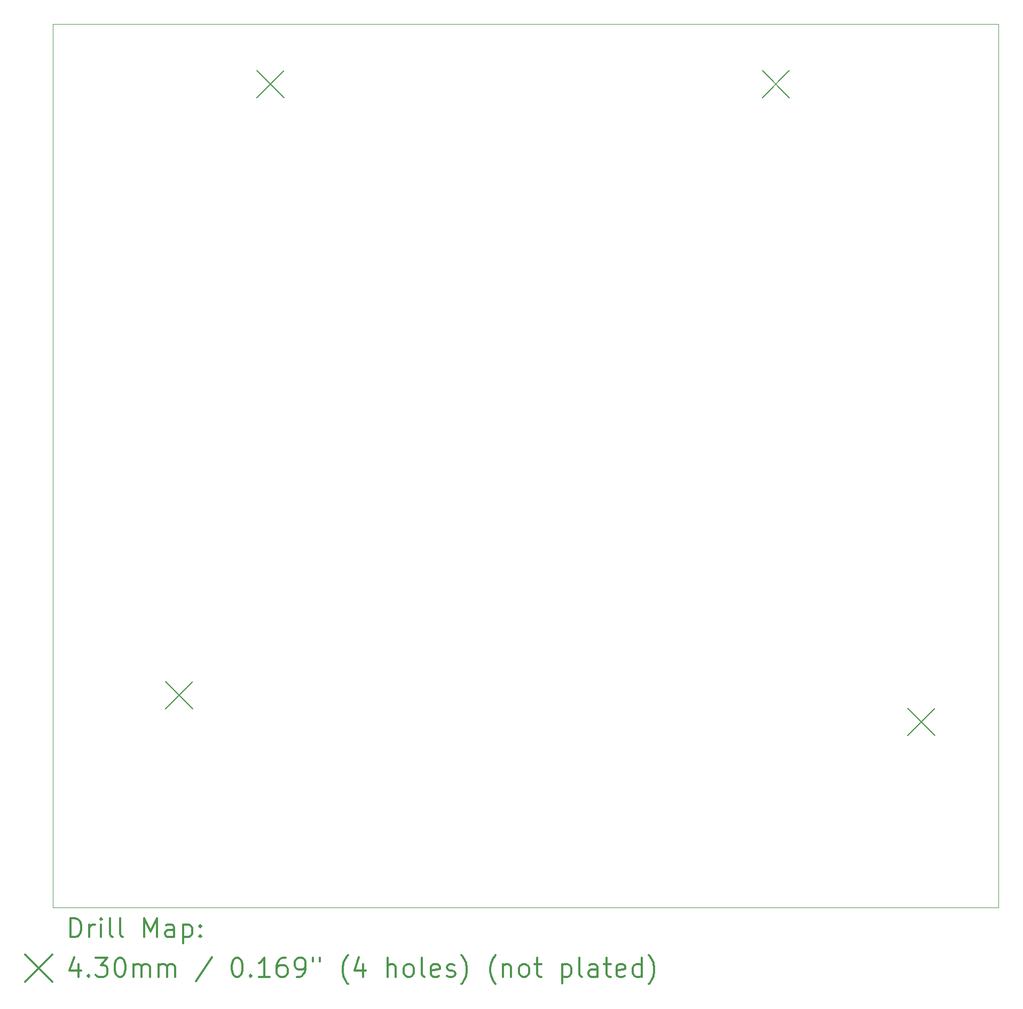
<source format=gbr>
%FSLAX45Y45*%
G04 Gerber Fmt 4.5, Leading zero omitted, Abs format (unit mm)*
G04 Created by KiCad (PCBNEW (5.1.9)-1) date 2022-03-30 20:27:59*
%MOMM*%
%LPD*%
G01*
G04 APERTURE LIST*
%TA.AperFunction,Profile*%
%ADD10C,0.100000*%
%TD*%
%ADD11C,0.200000*%
%ADD12C,0.300000*%
G04 APERTURE END LIST*
D10*
X16425000Y-5600000D02*
X16425000Y-19600000D01*
X1425000Y-5600000D02*
X16425000Y-5600000D01*
X1425000Y-19600000D02*
X1425000Y-5600000D01*
X16425000Y-19600000D02*
X1425000Y-19600000D01*
D11*
X3215000Y-16025000D02*
X3645000Y-16455000D01*
X3645000Y-16025000D02*
X3215000Y-16455000D01*
X4665000Y-6335000D02*
X5095000Y-6765000D01*
X5095000Y-6335000D02*
X4665000Y-6765000D01*
X12675000Y-6335000D02*
X13105000Y-6765000D01*
X13105000Y-6335000D02*
X12675000Y-6765000D01*
X14985000Y-16445000D02*
X15415000Y-16875000D01*
X15415000Y-16445000D02*
X14985000Y-16875000D01*
D12*
X1706428Y-20070714D02*
X1706428Y-19770714D01*
X1777857Y-19770714D01*
X1820714Y-19785000D01*
X1849286Y-19813572D01*
X1863571Y-19842143D01*
X1877857Y-19899286D01*
X1877857Y-19942143D01*
X1863571Y-19999286D01*
X1849286Y-20027857D01*
X1820714Y-20056429D01*
X1777857Y-20070714D01*
X1706428Y-20070714D01*
X2006428Y-20070714D02*
X2006428Y-19870714D01*
X2006428Y-19927857D02*
X2020714Y-19899286D01*
X2035000Y-19885000D01*
X2063571Y-19870714D01*
X2092143Y-19870714D01*
X2192143Y-20070714D02*
X2192143Y-19870714D01*
X2192143Y-19770714D02*
X2177857Y-19785000D01*
X2192143Y-19799286D01*
X2206428Y-19785000D01*
X2192143Y-19770714D01*
X2192143Y-19799286D01*
X2377857Y-20070714D02*
X2349286Y-20056429D01*
X2335000Y-20027857D01*
X2335000Y-19770714D01*
X2535000Y-20070714D02*
X2506428Y-20056429D01*
X2492143Y-20027857D01*
X2492143Y-19770714D01*
X2877857Y-20070714D02*
X2877857Y-19770714D01*
X2977857Y-19985000D01*
X3077857Y-19770714D01*
X3077857Y-20070714D01*
X3349286Y-20070714D02*
X3349286Y-19913572D01*
X3335000Y-19885000D01*
X3306428Y-19870714D01*
X3249286Y-19870714D01*
X3220714Y-19885000D01*
X3349286Y-20056429D02*
X3320714Y-20070714D01*
X3249286Y-20070714D01*
X3220714Y-20056429D01*
X3206428Y-20027857D01*
X3206428Y-19999286D01*
X3220714Y-19970714D01*
X3249286Y-19956429D01*
X3320714Y-19956429D01*
X3349286Y-19942143D01*
X3492143Y-19870714D02*
X3492143Y-20170714D01*
X3492143Y-19885000D02*
X3520714Y-19870714D01*
X3577857Y-19870714D01*
X3606428Y-19885000D01*
X3620714Y-19899286D01*
X3635000Y-19927857D01*
X3635000Y-20013572D01*
X3620714Y-20042143D01*
X3606428Y-20056429D01*
X3577857Y-20070714D01*
X3520714Y-20070714D01*
X3492143Y-20056429D01*
X3763571Y-20042143D02*
X3777857Y-20056429D01*
X3763571Y-20070714D01*
X3749286Y-20056429D01*
X3763571Y-20042143D01*
X3763571Y-20070714D01*
X3763571Y-19885000D02*
X3777857Y-19899286D01*
X3763571Y-19913572D01*
X3749286Y-19899286D01*
X3763571Y-19885000D01*
X3763571Y-19913572D01*
X990000Y-20350000D02*
X1420000Y-20780000D01*
X1420000Y-20350000D02*
X990000Y-20780000D01*
X1835000Y-20500714D02*
X1835000Y-20700714D01*
X1763571Y-20386429D02*
X1692143Y-20600714D01*
X1877857Y-20600714D01*
X1992143Y-20672143D02*
X2006428Y-20686429D01*
X1992143Y-20700714D01*
X1977857Y-20686429D01*
X1992143Y-20672143D01*
X1992143Y-20700714D01*
X2106428Y-20400714D02*
X2292143Y-20400714D01*
X2192143Y-20515000D01*
X2235000Y-20515000D01*
X2263571Y-20529286D01*
X2277857Y-20543572D01*
X2292143Y-20572143D01*
X2292143Y-20643572D01*
X2277857Y-20672143D01*
X2263571Y-20686429D01*
X2235000Y-20700714D01*
X2149286Y-20700714D01*
X2120714Y-20686429D01*
X2106428Y-20672143D01*
X2477857Y-20400714D02*
X2506428Y-20400714D01*
X2535000Y-20415000D01*
X2549286Y-20429286D01*
X2563571Y-20457857D01*
X2577857Y-20515000D01*
X2577857Y-20586429D01*
X2563571Y-20643572D01*
X2549286Y-20672143D01*
X2535000Y-20686429D01*
X2506428Y-20700714D01*
X2477857Y-20700714D01*
X2449286Y-20686429D01*
X2435000Y-20672143D01*
X2420714Y-20643572D01*
X2406428Y-20586429D01*
X2406428Y-20515000D01*
X2420714Y-20457857D01*
X2435000Y-20429286D01*
X2449286Y-20415000D01*
X2477857Y-20400714D01*
X2706428Y-20700714D02*
X2706428Y-20500714D01*
X2706428Y-20529286D02*
X2720714Y-20515000D01*
X2749286Y-20500714D01*
X2792143Y-20500714D01*
X2820714Y-20515000D01*
X2835000Y-20543572D01*
X2835000Y-20700714D01*
X2835000Y-20543572D02*
X2849286Y-20515000D01*
X2877857Y-20500714D01*
X2920714Y-20500714D01*
X2949286Y-20515000D01*
X2963571Y-20543572D01*
X2963571Y-20700714D01*
X3106428Y-20700714D02*
X3106428Y-20500714D01*
X3106428Y-20529286D02*
X3120714Y-20515000D01*
X3149286Y-20500714D01*
X3192143Y-20500714D01*
X3220714Y-20515000D01*
X3235000Y-20543572D01*
X3235000Y-20700714D01*
X3235000Y-20543572D02*
X3249286Y-20515000D01*
X3277857Y-20500714D01*
X3320714Y-20500714D01*
X3349286Y-20515000D01*
X3363571Y-20543572D01*
X3363571Y-20700714D01*
X3949286Y-20386429D02*
X3692143Y-20772143D01*
X4335000Y-20400714D02*
X4363571Y-20400714D01*
X4392143Y-20415000D01*
X4406428Y-20429286D01*
X4420714Y-20457857D01*
X4435000Y-20515000D01*
X4435000Y-20586429D01*
X4420714Y-20643572D01*
X4406428Y-20672143D01*
X4392143Y-20686429D01*
X4363571Y-20700714D01*
X4335000Y-20700714D01*
X4306428Y-20686429D01*
X4292143Y-20672143D01*
X4277857Y-20643572D01*
X4263571Y-20586429D01*
X4263571Y-20515000D01*
X4277857Y-20457857D01*
X4292143Y-20429286D01*
X4306428Y-20415000D01*
X4335000Y-20400714D01*
X4563571Y-20672143D02*
X4577857Y-20686429D01*
X4563571Y-20700714D01*
X4549286Y-20686429D01*
X4563571Y-20672143D01*
X4563571Y-20700714D01*
X4863571Y-20700714D02*
X4692143Y-20700714D01*
X4777857Y-20700714D02*
X4777857Y-20400714D01*
X4749286Y-20443572D01*
X4720714Y-20472143D01*
X4692143Y-20486429D01*
X5120714Y-20400714D02*
X5063571Y-20400714D01*
X5035000Y-20415000D01*
X5020714Y-20429286D01*
X4992143Y-20472143D01*
X4977857Y-20529286D01*
X4977857Y-20643572D01*
X4992143Y-20672143D01*
X5006428Y-20686429D01*
X5035000Y-20700714D01*
X5092143Y-20700714D01*
X5120714Y-20686429D01*
X5135000Y-20672143D01*
X5149286Y-20643572D01*
X5149286Y-20572143D01*
X5135000Y-20543572D01*
X5120714Y-20529286D01*
X5092143Y-20515000D01*
X5035000Y-20515000D01*
X5006428Y-20529286D01*
X4992143Y-20543572D01*
X4977857Y-20572143D01*
X5292143Y-20700714D02*
X5349286Y-20700714D01*
X5377857Y-20686429D01*
X5392143Y-20672143D01*
X5420714Y-20629286D01*
X5435000Y-20572143D01*
X5435000Y-20457857D01*
X5420714Y-20429286D01*
X5406428Y-20415000D01*
X5377857Y-20400714D01*
X5320714Y-20400714D01*
X5292143Y-20415000D01*
X5277857Y-20429286D01*
X5263571Y-20457857D01*
X5263571Y-20529286D01*
X5277857Y-20557857D01*
X5292143Y-20572143D01*
X5320714Y-20586429D01*
X5377857Y-20586429D01*
X5406428Y-20572143D01*
X5420714Y-20557857D01*
X5435000Y-20529286D01*
X5549286Y-20400714D02*
X5549286Y-20457857D01*
X5663571Y-20400714D02*
X5663571Y-20457857D01*
X6106428Y-20815000D02*
X6092143Y-20800714D01*
X6063571Y-20757857D01*
X6049286Y-20729286D01*
X6035000Y-20686429D01*
X6020714Y-20615000D01*
X6020714Y-20557857D01*
X6035000Y-20486429D01*
X6049286Y-20443572D01*
X6063571Y-20415000D01*
X6092143Y-20372143D01*
X6106428Y-20357857D01*
X6349286Y-20500714D02*
X6349286Y-20700714D01*
X6277857Y-20386429D02*
X6206428Y-20600714D01*
X6392143Y-20600714D01*
X6735000Y-20700714D02*
X6735000Y-20400714D01*
X6863571Y-20700714D02*
X6863571Y-20543572D01*
X6849286Y-20515000D01*
X6820714Y-20500714D01*
X6777857Y-20500714D01*
X6749286Y-20515000D01*
X6735000Y-20529286D01*
X7049286Y-20700714D02*
X7020714Y-20686429D01*
X7006428Y-20672143D01*
X6992143Y-20643572D01*
X6992143Y-20557857D01*
X7006428Y-20529286D01*
X7020714Y-20515000D01*
X7049286Y-20500714D01*
X7092143Y-20500714D01*
X7120714Y-20515000D01*
X7135000Y-20529286D01*
X7149286Y-20557857D01*
X7149286Y-20643572D01*
X7135000Y-20672143D01*
X7120714Y-20686429D01*
X7092143Y-20700714D01*
X7049286Y-20700714D01*
X7320714Y-20700714D02*
X7292143Y-20686429D01*
X7277857Y-20657857D01*
X7277857Y-20400714D01*
X7549286Y-20686429D02*
X7520714Y-20700714D01*
X7463571Y-20700714D01*
X7435000Y-20686429D01*
X7420714Y-20657857D01*
X7420714Y-20543572D01*
X7435000Y-20515000D01*
X7463571Y-20500714D01*
X7520714Y-20500714D01*
X7549286Y-20515000D01*
X7563571Y-20543572D01*
X7563571Y-20572143D01*
X7420714Y-20600714D01*
X7677857Y-20686429D02*
X7706428Y-20700714D01*
X7763571Y-20700714D01*
X7792143Y-20686429D01*
X7806428Y-20657857D01*
X7806428Y-20643572D01*
X7792143Y-20615000D01*
X7763571Y-20600714D01*
X7720714Y-20600714D01*
X7692143Y-20586429D01*
X7677857Y-20557857D01*
X7677857Y-20543572D01*
X7692143Y-20515000D01*
X7720714Y-20500714D01*
X7763571Y-20500714D01*
X7792143Y-20515000D01*
X7906428Y-20815000D02*
X7920714Y-20800714D01*
X7949286Y-20757857D01*
X7963571Y-20729286D01*
X7977857Y-20686429D01*
X7992143Y-20615000D01*
X7992143Y-20557857D01*
X7977857Y-20486429D01*
X7963571Y-20443572D01*
X7949286Y-20415000D01*
X7920714Y-20372143D01*
X7906428Y-20357857D01*
X8449286Y-20815000D02*
X8435000Y-20800714D01*
X8406428Y-20757857D01*
X8392143Y-20729286D01*
X8377857Y-20686429D01*
X8363571Y-20615000D01*
X8363571Y-20557857D01*
X8377857Y-20486429D01*
X8392143Y-20443572D01*
X8406428Y-20415000D01*
X8435000Y-20372143D01*
X8449286Y-20357857D01*
X8563571Y-20500714D02*
X8563571Y-20700714D01*
X8563571Y-20529286D02*
X8577857Y-20515000D01*
X8606428Y-20500714D01*
X8649286Y-20500714D01*
X8677857Y-20515000D01*
X8692143Y-20543572D01*
X8692143Y-20700714D01*
X8877857Y-20700714D02*
X8849286Y-20686429D01*
X8835000Y-20672143D01*
X8820714Y-20643572D01*
X8820714Y-20557857D01*
X8835000Y-20529286D01*
X8849286Y-20515000D01*
X8877857Y-20500714D01*
X8920714Y-20500714D01*
X8949286Y-20515000D01*
X8963571Y-20529286D01*
X8977857Y-20557857D01*
X8977857Y-20643572D01*
X8963571Y-20672143D01*
X8949286Y-20686429D01*
X8920714Y-20700714D01*
X8877857Y-20700714D01*
X9063571Y-20500714D02*
X9177857Y-20500714D01*
X9106428Y-20400714D02*
X9106428Y-20657857D01*
X9120714Y-20686429D01*
X9149286Y-20700714D01*
X9177857Y-20700714D01*
X9506428Y-20500714D02*
X9506428Y-20800714D01*
X9506428Y-20515000D02*
X9535000Y-20500714D01*
X9592143Y-20500714D01*
X9620714Y-20515000D01*
X9635000Y-20529286D01*
X9649286Y-20557857D01*
X9649286Y-20643572D01*
X9635000Y-20672143D01*
X9620714Y-20686429D01*
X9592143Y-20700714D01*
X9535000Y-20700714D01*
X9506428Y-20686429D01*
X9820714Y-20700714D02*
X9792143Y-20686429D01*
X9777857Y-20657857D01*
X9777857Y-20400714D01*
X10063571Y-20700714D02*
X10063571Y-20543572D01*
X10049286Y-20515000D01*
X10020714Y-20500714D01*
X9963571Y-20500714D01*
X9935000Y-20515000D01*
X10063571Y-20686429D02*
X10035000Y-20700714D01*
X9963571Y-20700714D01*
X9935000Y-20686429D01*
X9920714Y-20657857D01*
X9920714Y-20629286D01*
X9935000Y-20600714D01*
X9963571Y-20586429D01*
X10035000Y-20586429D01*
X10063571Y-20572143D01*
X10163571Y-20500714D02*
X10277857Y-20500714D01*
X10206428Y-20400714D02*
X10206428Y-20657857D01*
X10220714Y-20686429D01*
X10249286Y-20700714D01*
X10277857Y-20700714D01*
X10492143Y-20686429D02*
X10463571Y-20700714D01*
X10406428Y-20700714D01*
X10377857Y-20686429D01*
X10363571Y-20657857D01*
X10363571Y-20543572D01*
X10377857Y-20515000D01*
X10406428Y-20500714D01*
X10463571Y-20500714D01*
X10492143Y-20515000D01*
X10506428Y-20543572D01*
X10506428Y-20572143D01*
X10363571Y-20600714D01*
X10763571Y-20700714D02*
X10763571Y-20400714D01*
X10763571Y-20686429D02*
X10735000Y-20700714D01*
X10677857Y-20700714D01*
X10649286Y-20686429D01*
X10635000Y-20672143D01*
X10620714Y-20643572D01*
X10620714Y-20557857D01*
X10635000Y-20529286D01*
X10649286Y-20515000D01*
X10677857Y-20500714D01*
X10735000Y-20500714D01*
X10763571Y-20515000D01*
X10877857Y-20815000D02*
X10892143Y-20800714D01*
X10920714Y-20757857D01*
X10935000Y-20729286D01*
X10949286Y-20686429D01*
X10963571Y-20615000D01*
X10963571Y-20557857D01*
X10949286Y-20486429D01*
X10935000Y-20443572D01*
X10920714Y-20415000D01*
X10892143Y-20372143D01*
X10877857Y-20357857D01*
M02*

</source>
